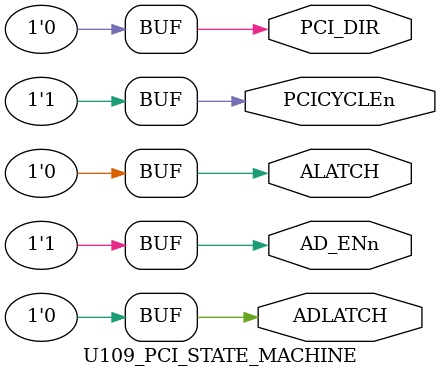
<source format=v>
module U109_PCI_STATE_MACHINE (

    output PCICYCLEn, ADLATCH, ALATCH, PCI_DIR, AD_ENn

);

//DISABLE THE ADDRESS BUFFERS FOR NOW.

//ADDRESS DATA IS PASSED THROUGH LIVE DURING THE ADDRESS PHASE OF CPU DRIVEN CYCLES.
//FOR PCI DRIVEN DMA CYCLES, THE ADDRESS IS LATCHED DURING THE ADDRESS PHASE AND
//DRIVEN ON THE ADDRESS BUS OF THE AMIGAPCI.

assign PCICYCLEn = 1; //Disables the A <-> AD address buffers.
assign ADLATCH = 0;
assign ALATCH = 0; //WE DON'T ACTUALLY NEED THIS, BUT ITS THERE.
assign PCI_DIR = 0;
assign AD_ENn = 1;


endmodule

</source>
